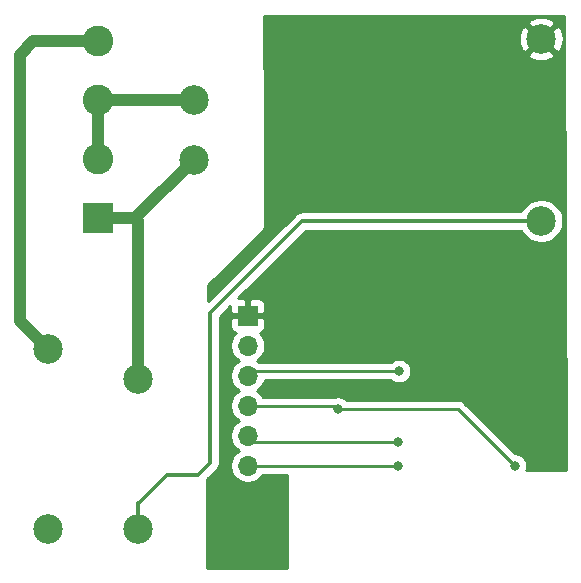
<source format=gbl>
G04 #@! TF.GenerationSoftware,KiCad,Pcbnew,5.1.9-73d0e3b20d~88~ubuntu20.04.1*
G04 #@! TF.CreationDate,2021-03-27T20:57:37+01:00*
G04 #@! TF.ProjectId,Ceiling lamp,4365696c-696e-4672-906c-616d702e6b69,rev?*
G04 #@! TF.SameCoordinates,Original*
G04 #@! TF.FileFunction,Copper,L2,Bot*
G04 #@! TF.FilePolarity,Positive*
%FSLAX46Y46*%
G04 Gerber Fmt 4.6, Leading zero omitted, Abs format (unit mm)*
G04 Created by KiCad (PCBNEW 5.1.9-73d0e3b20d~88~ubuntu20.04.1) date 2021-03-27 20:57:37*
%MOMM*%
%LPD*%
G01*
G04 APERTURE LIST*
G04 #@! TA.AperFunction,ComponentPad*
%ADD10C,2.500000*%
G04 #@! TD*
G04 #@! TA.AperFunction,ComponentPad*
%ADD11R,1.700000X1.700000*%
G04 #@! TD*
G04 #@! TA.AperFunction,ComponentPad*
%ADD12O,1.700000X1.700000*%
G04 #@! TD*
G04 #@! TA.AperFunction,ComponentPad*
%ADD13R,2.600000X2.600000*%
G04 #@! TD*
G04 #@! TA.AperFunction,ComponentPad*
%ADD14C,2.600000*%
G04 #@! TD*
G04 #@! TA.AperFunction,ViaPad*
%ADD15C,0.800000*%
G04 #@! TD*
G04 #@! TA.AperFunction,Conductor*
%ADD16C,0.350000*%
G04 #@! TD*
G04 #@! TA.AperFunction,Conductor*
%ADD17C,0.250000*%
G04 #@! TD*
G04 #@! TA.AperFunction,Conductor*
%ADD18C,1.000000*%
G04 #@! TD*
G04 #@! TA.AperFunction,Conductor*
%ADD19C,0.254000*%
G04 #@! TD*
G04 #@! TA.AperFunction,Conductor*
%ADD20C,0.100000*%
G04 #@! TD*
G04 APERTURE END LIST*
D10*
X85358000Y-55572000D03*
X85358000Y-60572000D03*
X114758000Y-50372000D03*
X114758000Y-65772000D03*
X80615000Y-91865000D03*
X73015000Y-91865000D03*
X73015000Y-76625000D03*
X80615000Y-79165000D03*
D11*
X89916000Y-73787000D03*
D12*
X89916000Y-76327000D03*
X89916000Y-78867000D03*
X89916000Y-81407000D03*
X89916000Y-83947000D03*
X89916000Y-86487000D03*
D13*
X77216000Y-65532000D03*
D14*
X77216000Y-60532000D03*
X77216000Y-55532000D03*
X77216000Y-50532000D03*
D15*
X102743000Y-78486000D03*
X112522000Y-86487000D03*
X97536000Y-81661000D03*
X102616000Y-84455000D03*
X102616000Y-86487000D03*
D16*
X85725000Y-87249000D02*
X86741000Y-86233000D01*
X86741000Y-73533000D02*
X94502000Y-65772000D01*
X86741000Y-86233000D02*
X86741000Y-73533000D01*
X94502000Y-65772000D02*
X114758000Y-65772000D01*
X85725000Y-87249000D02*
X83058000Y-87249000D01*
X83058000Y-87249000D02*
X80772000Y-89535000D01*
X80615000Y-89692000D02*
X80615000Y-91865000D01*
X80772000Y-89535000D02*
X80615000Y-89692000D01*
D17*
X85238000Y-55452000D02*
X85358000Y-55572000D01*
D18*
X77216000Y-60626000D02*
X77216000Y-55626000D01*
X85318000Y-55532000D02*
X85358000Y-55572000D01*
X77216000Y-55532000D02*
X85318000Y-55532000D01*
D17*
X90297000Y-78486000D02*
X89916000Y-78867000D01*
X102743000Y-78486000D02*
X90297000Y-78486000D01*
X109402999Y-83367999D02*
X112522000Y-86487000D01*
X97282000Y-81407000D02*
X97536000Y-81661000D01*
X89916000Y-81407000D02*
X97282000Y-81407000D01*
X107696000Y-81661000D02*
X109402999Y-83367999D01*
X97536000Y-81661000D02*
X107696000Y-81661000D01*
X90424000Y-84455000D02*
X89916000Y-83947000D01*
X102616000Y-84455000D02*
X90424000Y-84455000D01*
X97155000Y-86487000D02*
X102616000Y-86487000D01*
X97155000Y-86487000D02*
X89916000Y-86487000D01*
X85238000Y-60452000D02*
X85358000Y-60572000D01*
D18*
X80398000Y-65532000D02*
X85358000Y-60572000D01*
X80615000Y-65749000D02*
X80398000Y-65532000D01*
X80615000Y-79165000D02*
X80615000Y-65749000D01*
X77216000Y-65532000D02*
X80398000Y-65532000D01*
X70612000Y-51689000D02*
X70612000Y-74222000D01*
X70612000Y-74222000D02*
X73015000Y-76625000D01*
X71769000Y-50532000D02*
X70612000Y-51689000D01*
X71769000Y-50532000D02*
X77216000Y-50532000D01*
D19*
X116839583Y-86868000D02*
X113484461Y-86868000D01*
X113517226Y-86788898D01*
X113557000Y-86588939D01*
X113557000Y-86385061D01*
X113517226Y-86185102D01*
X113439205Y-85996744D01*
X113325937Y-85827226D01*
X113181774Y-85683063D01*
X113012256Y-85569795D01*
X112823898Y-85491774D01*
X112623939Y-85452000D01*
X112561802Y-85452000D01*
X109966798Y-82856996D01*
X108259804Y-81150003D01*
X108236001Y-81120999D01*
X108120276Y-81026026D01*
X107988247Y-80955454D01*
X107844986Y-80911997D01*
X107733333Y-80901000D01*
X107733322Y-80901000D01*
X107696000Y-80897324D01*
X107658678Y-80901000D01*
X98239711Y-80901000D01*
X98195774Y-80857063D01*
X98026256Y-80743795D01*
X97837898Y-80665774D01*
X97637939Y-80626000D01*
X97434061Y-80626000D01*
X97325455Y-80647603D01*
X97319333Y-80647000D01*
X97319322Y-80647000D01*
X97282000Y-80643324D01*
X97244678Y-80647000D01*
X91194178Y-80647000D01*
X91069475Y-80460368D01*
X90862632Y-80253525D01*
X90688240Y-80137000D01*
X90862632Y-80020475D01*
X91069475Y-79813632D01*
X91231990Y-79570411D01*
X91343932Y-79300158D01*
X91354705Y-79246000D01*
X102039289Y-79246000D01*
X102083226Y-79289937D01*
X102252744Y-79403205D01*
X102441102Y-79481226D01*
X102641061Y-79521000D01*
X102844939Y-79521000D01*
X103044898Y-79481226D01*
X103233256Y-79403205D01*
X103402774Y-79289937D01*
X103546937Y-79145774D01*
X103660205Y-78976256D01*
X103738226Y-78787898D01*
X103778000Y-78587939D01*
X103778000Y-78384061D01*
X103738226Y-78184102D01*
X103660205Y-77995744D01*
X103546937Y-77826226D01*
X103402774Y-77682063D01*
X103233256Y-77568795D01*
X103044898Y-77490774D01*
X102844939Y-77451000D01*
X102641061Y-77451000D01*
X102441102Y-77490774D01*
X102252744Y-77568795D01*
X102083226Y-77682063D01*
X102039289Y-77726000D01*
X90875107Y-77726000D01*
X90862632Y-77713525D01*
X90688240Y-77597000D01*
X90862632Y-77480475D01*
X91069475Y-77273632D01*
X91231990Y-77030411D01*
X91343932Y-76760158D01*
X91401000Y-76473260D01*
X91401000Y-76180740D01*
X91343932Y-75893842D01*
X91231990Y-75623589D01*
X91069475Y-75380368D01*
X90937620Y-75248513D01*
X91010180Y-75226502D01*
X91120494Y-75167537D01*
X91217185Y-75088185D01*
X91296537Y-74991494D01*
X91355502Y-74881180D01*
X91391812Y-74761482D01*
X91404072Y-74637000D01*
X91401000Y-74072750D01*
X91242250Y-73914000D01*
X90043000Y-73914000D01*
X90043000Y-73934000D01*
X89789000Y-73934000D01*
X89789000Y-73914000D01*
X88589750Y-73914000D01*
X88431000Y-74072750D01*
X88427928Y-74637000D01*
X88440188Y-74761482D01*
X88476498Y-74881180D01*
X88535463Y-74991494D01*
X88614815Y-75088185D01*
X88711506Y-75167537D01*
X88821820Y-75226502D01*
X88894380Y-75248513D01*
X88762525Y-75380368D01*
X88600010Y-75623589D01*
X88488068Y-75893842D01*
X88431000Y-76180740D01*
X88431000Y-76473260D01*
X88488068Y-76760158D01*
X88600010Y-77030411D01*
X88762525Y-77273632D01*
X88969368Y-77480475D01*
X89143760Y-77597000D01*
X88969368Y-77713525D01*
X88762525Y-77920368D01*
X88600010Y-78163589D01*
X88488068Y-78433842D01*
X88431000Y-78720740D01*
X88431000Y-79013260D01*
X88488068Y-79300158D01*
X88600010Y-79570411D01*
X88762525Y-79813632D01*
X88969368Y-80020475D01*
X89143760Y-80137000D01*
X88969368Y-80253525D01*
X88762525Y-80460368D01*
X88600010Y-80703589D01*
X88488068Y-80973842D01*
X88431000Y-81260740D01*
X88431000Y-81553260D01*
X88488068Y-81840158D01*
X88600010Y-82110411D01*
X88762525Y-82353632D01*
X88969368Y-82560475D01*
X89143760Y-82677000D01*
X88969368Y-82793525D01*
X88762525Y-83000368D01*
X88600010Y-83243589D01*
X88488068Y-83513842D01*
X88431000Y-83800740D01*
X88431000Y-84093260D01*
X88488068Y-84380158D01*
X88600010Y-84650411D01*
X88762525Y-84893632D01*
X88969368Y-85100475D01*
X89143760Y-85217000D01*
X88969368Y-85333525D01*
X88762525Y-85540368D01*
X88600010Y-85783589D01*
X88488068Y-86053842D01*
X88431000Y-86340740D01*
X88431000Y-86633260D01*
X88488068Y-86920158D01*
X88600010Y-87190411D01*
X88762525Y-87433632D01*
X88969368Y-87640475D01*
X89212589Y-87802990D01*
X89482842Y-87914932D01*
X89769740Y-87972000D01*
X90062260Y-87972000D01*
X90349158Y-87914932D01*
X90619411Y-87802990D01*
X90862632Y-87640475D01*
X91069475Y-87433632D01*
X91194178Y-87247000D01*
X93218000Y-87247000D01*
X93218000Y-95123000D01*
X86487000Y-95123000D01*
X86487000Y-87632512D01*
X87285614Y-86833898D01*
X87316528Y-86808528D01*
X87389257Y-86719907D01*
X87417749Y-86685190D01*
X87457951Y-86609976D01*
X87492963Y-86544473D01*
X87539280Y-86391788D01*
X87551000Y-86272791D01*
X87551000Y-86272788D01*
X87554919Y-86233000D01*
X87551000Y-86193212D01*
X87551000Y-73868512D01*
X88428224Y-72991289D01*
X88431000Y-73501250D01*
X88589750Y-73660000D01*
X89789000Y-73660000D01*
X89789000Y-72460750D01*
X90043000Y-72460750D01*
X90043000Y-73660000D01*
X91242250Y-73660000D01*
X91401000Y-73501250D01*
X91404072Y-72937000D01*
X91391812Y-72812518D01*
X91355502Y-72692820D01*
X91296537Y-72582506D01*
X91217185Y-72485815D01*
X91120494Y-72406463D01*
X91010180Y-72347498D01*
X90890482Y-72311188D01*
X90766000Y-72298928D01*
X90201750Y-72302000D01*
X90043000Y-72460750D01*
X89789000Y-72460750D01*
X89630250Y-72302000D01*
X89120289Y-72299224D01*
X94837513Y-66582000D01*
X113053203Y-66582000D01*
X113087534Y-66664882D01*
X113293825Y-66973618D01*
X113556382Y-67236175D01*
X113865118Y-67442466D01*
X114208166Y-67584561D01*
X114572344Y-67657000D01*
X114943656Y-67657000D01*
X115307834Y-67584561D01*
X115650882Y-67442466D01*
X115959618Y-67236175D01*
X116222175Y-66973618D01*
X116428466Y-66664882D01*
X116570561Y-66321834D01*
X116643000Y-65957656D01*
X116643000Y-65586344D01*
X116570561Y-65222166D01*
X116428466Y-64879118D01*
X116222175Y-64570382D01*
X115959618Y-64307825D01*
X115650882Y-64101534D01*
X115307834Y-63959439D01*
X114943656Y-63887000D01*
X114572344Y-63887000D01*
X114208166Y-63959439D01*
X113865118Y-64101534D01*
X113556382Y-64307825D01*
X113293825Y-64570382D01*
X113087534Y-64879118D01*
X113053203Y-64962000D01*
X94541787Y-64962000D01*
X94501999Y-64958081D01*
X94462211Y-64962000D01*
X94462209Y-64962000D01*
X94343212Y-64973720D01*
X94190527Y-65020037D01*
X94049811Y-65095251D01*
X93926472Y-65196472D01*
X93901105Y-65227382D01*
X86587000Y-72541488D01*
X86587000Y-71170446D01*
X91172193Y-66585254D01*
X91200238Y-66562238D01*
X91292087Y-66450320D01*
X91292927Y-66448749D01*
X91360337Y-66322634D01*
X91402365Y-66184085D01*
X91416556Y-66040000D01*
X91413000Y-66003895D01*
X91413000Y-53430895D01*
X91409368Y-53394018D01*
X91409368Y-53377544D01*
X91408295Y-53367338D01*
X91380666Y-53121022D01*
X91366816Y-53055861D01*
X91353877Y-52990515D01*
X91350843Y-52980711D01*
X91313000Y-52861414D01*
X91313000Y-51685605D01*
X113624000Y-51685605D01*
X113749914Y-51975577D01*
X114082126Y-52141433D01*
X114440312Y-52239290D01*
X114810706Y-52265389D01*
X115179075Y-52218725D01*
X115531262Y-52101094D01*
X115766086Y-51975577D01*
X115892000Y-51685605D01*
X114758000Y-50551605D01*
X113624000Y-51685605D01*
X91313000Y-51685605D01*
X91313000Y-50424706D01*
X112864611Y-50424706D01*
X112911275Y-50793075D01*
X113028906Y-51145262D01*
X113154423Y-51380086D01*
X113444395Y-51506000D01*
X114578395Y-50372000D01*
X114937605Y-50372000D01*
X116071605Y-51506000D01*
X116361577Y-51380086D01*
X116527433Y-51047874D01*
X116625290Y-50689688D01*
X116651389Y-50319294D01*
X116604725Y-49950925D01*
X116487094Y-49598738D01*
X116361577Y-49363914D01*
X116071605Y-49238000D01*
X114937605Y-50372000D01*
X114578395Y-50372000D01*
X113444395Y-49238000D01*
X113154423Y-49363914D01*
X112988567Y-49696126D01*
X112890710Y-50054312D01*
X112864611Y-50424706D01*
X91313000Y-50424706D01*
X91313000Y-49058395D01*
X113624000Y-49058395D01*
X114758000Y-50192395D01*
X115892000Y-49058395D01*
X115766086Y-48768423D01*
X115433874Y-48602567D01*
X115075688Y-48504710D01*
X114705294Y-48478611D01*
X114336925Y-48525275D01*
X113984738Y-48642906D01*
X113749914Y-48768423D01*
X113624000Y-49058395D01*
X91313000Y-49058395D01*
X91313000Y-48387000D01*
X116713416Y-48387000D01*
X116839583Y-86868000D01*
G04 #@! TA.AperFunction,Conductor*
D20*
G36*
X116839583Y-86868000D02*
G01*
X113484461Y-86868000D01*
X113517226Y-86788898D01*
X113557000Y-86588939D01*
X113557000Y-86385061D01*
X113517226Y-86185102D01*
X113439205Y-85996744D01*
X113325937Y-85827226D01*
X113181774Y-85683063D01*
X113012256Y-85569795D01*
X112823898Y-85491774D01*
X112623939Y-85452000D01*
X112561802Y-85452000D01*
X109966798Y-82856996D01*
X108259804Y-81150003D01*
X108236001Y-81120999D01*
X108120276Y-81026026D01*
X107988247Y-80955454D01*
X107844986Y-80911997D01*
X107733333Y-80901000D01*
X107733322Y-80901000D01*
X107696000Y-80897324D01*
X107658678Y-80901000D01*
X98239711Y-80901000D01*
X98195774Y-80857063D01*
X98026256Y-80743795D01*
X97837898Y-80665774D01*
X97637939Y-80626000D01*
X97434061Y-80626000D01*
X97325455Y-80647603D01*
X97319333Y-80647000D01*
X97319322Y-80647000D01*
X97282000Y-80643324D01*
X97244678Y-80647000D01*
X91194178Y-80647000D01*
X91069475Y-80460368D01*
X90862632Y-80253525D01*
X90688240Y-80137000D01*
X90862632Y-80020475D01*
X91069475Y-79813632D01*
X91231990Y-79570411D01*
X91343932Y-79300158D01*
X91354705Y-79246000D01*
X102039289Y-79246000D01*
X102083226Y-79289937D01*
X102252744Y-79403205D01*
X102441102Y-79481226D01*
X102641061Y-79521000D01*
X102844939Y-79521000D01*
X103044898Y-79481226D01*
X103233256Y-79403205D01*
X103402774Y-79289937D01*
X103546937Y-79145774D01*
X103660205Y-78976256D01*
X103738226Y-78787898D01*
X103778000Y-78587939D01*
X103778000Y-78384061D01*
X103738226Y-78184102D01*
X103660205Y-77995744D01*
X103546937Y-77826226D01*
X103402774Y-77682063D01*
X103233256Y-77568795D01*
X103044898Y-77490774D01*
X102844939Y-77451000D01*
X102641061Y-77451000D01*
X102441102Y-77490774D01*
X102252744Y-77568795D01*
X102083226Y-77682063D01*
X102039289Y-77726000D01*
X90875107Y-77726000D01*
X90862632Y-77713525D01*
X90688240Y-77597000D01*
X90862632Y-77480475D01*
X91069475Y-77273632D01*
X91231990Y-77030411D01*
X91343932Y-76760158D01*
X91401000Y-76473260D01*
X91401000Y-76180740D01*
X91343932Y-75893842D01*
X91231990Y-75623589D01*
X91069475Y-75380368D01*
X90937620Y-75248513D01*
X91010180Y-75226502D01*
X91120494Y-75167537D01*
X91217185Y-75088185D01*
X91296537Y-74991494D01*
X91355502Y-74881180D01*
X91391812Y-74761482D01*
X91404072Y-74637000D01*
X91401000Y-74072750D01*
X91242250Y-73914000D01*
X90043000Y-73914000D01*
X90043000Y-73934000D01*
X89789000Y-73934000D01*
X89789000Y-73914000D01*
X88589750Y-73914000D01*
X88431000Y-74072750D01*
X88427928Y-74637000D01*
X88440188Y-74761482D01*
X88476498Y-74881180D01*
X88535463Y-74991494D01*
X88614815Y-75088185D01*
X88711506Y-75167537D01*
X88821820Y-75226502D01*
X88894380Y-75248513D01*
X88762525Y-75380368D01*
X88600010Y-75623589D01*
X88488068Y-75893842D01*
X88431000Y-76180740D01*
X88431000Y-76473260D01*
X88488068Y-76760158D01*
X88600010Y-77030411D01*
X88762525Y-77273632D01*
X88969368Y-77480475D01*
X89143760Y-77597000D01*
X88969368Y-77713525D01*
X88762525Y-77920368D01*
X88600010Y-78163589D01*
X88488068Y-78433842D01*
X88431000Y-78720740D01*
X88431000Y-79013260D01*
X88488068Y-79300158D01*
X88600010Y-79570411D01*
X88762525Y-79813632D01*
X88969368Y-80020475D01*
X89143760Y-80137000D01*
X88969368Y-80253525D01*
X88762525Y-80460368D01*
X88600010Y-80703589D01*
X88488068Y-80973842D01*
X88431000Y-81260740D01*
X88431000Y-81553260D01*
X88488068Y-81840158D01*
X88600010Y-82110411D01*
X88762525Y-82353632D01*
X88969368Y-82560475D01*
X89143760Y-82677000D01*
X88969368Y-82793525D01*
X88762525Y-83000368D01*
X88600010Y-83243589D01*
X88488068Y-83513842D01*
X88431000Y-83800740D01*
X88431000Y-84093260D01*
X88488068Y-84380158D01*
X88600010Y-84650411D01*
X88762525Y-84893632D01*
X88969368Y-85100475D01*
X89143760Y-85217000D01*
X88969368Y-85333525D01*
X88762525Y-85540368D01*
X88600010Y-85783589D01*
X88488068Y-86053842D01*
X88431000Y-86340740D01*
X88431000Y-86633260D01*
X88488068Y-86920158D01*
X88600010Y-87190411D01*
X88762525Y-87433632D01*
X88969368Y-87640475D01*
X89212589Y-87802990D01*
X89482842Y-87914932D01*
X89769740Y-87972000D01*
X90062260Y-87972000D01*
X90349158Y-87914932D01*
X90619411Y-87802990D01*
X90862632Y-87640475D01*
X91069475Y-87433632D01*
X91194178Y-87247000D01*
X93218000Y-87247000D01*
X93218000Y-95123000D01*
X86487000Y-95123000D01*
X86487000Y-87632512D01*
X87285614Y-86833898D01*
X87316528Y-86808528D01*
X87389257Y-86719907D01*
X87417749Y-86685190D01*
X87457951Y-86609976D01*
X87492963Y-86544473D01*
X87539280Y-86391788D01*
X87551000Y-86272791D01*
X87551000Y-86272788D01*
X87554919Y-86233000D01*
X87551000Y-86193212D01*
X87551000Y-73868512D01*
X88428224Y-72991289D01*
X88431000Y-73501250D01*
X88589750Y-73660000D01*
X89789000Y-73660000D01*
X89789000Y-72460750D01*
X90043000Y-72460750D01*
X90043000Y-73660000D01*
X91242250Y-73660000D01*
X91401000Y-73501250D01*
X91404072Y-72937000D01*
X91391812Y-72812518D01*
X91355502Y-72692820D01*
X91296537Y-72582506D01*
X91217185Y-72485815D01*
X91120494Y-72406463D01*
X91010180Y-72347498D01*
X90890482Y-72311188D01*
X90766000Y-72298928D01*
X90201750Y-72302000D01*
X90043000Y-72460750D01*
X89789000Y-72460750D01*
X89630250Y-72302000D01*
X89120289Y-72299224D01*
X94837513Y-66582000D01*
X113053203Y-66582000D01*
X113087534Y-66664882D01*
X113293825Y-66973618D01*
X113556382Y-67236175D01*
X113865118Y-67442466D01*
X114208166Y-67584561D01*
X114572344Y-67657000D01*
X114943656Y-67657000D01*
X115307834Y-67584561D01*
X115650882Y-67442466D01*
X115959618Y-67236175D01*
X116222175Y-66973618D01*
X116428466Y-66664882D01*
X116570561Y-66321834D01*
X116643000Y-65957656D01*
X116643000Y-65586344D01*
X116570561Y-65222166D01*
X116428466Y-64879118D01*
X116222175Y-64570382D01*
X115959618Y-64307825D01*
X115650882Y-64101534D01*
X115307834Y-63959439D01*
X114943656Y-63887000D01*
X114572344Y-63887000D01*
X114208166Y-63959439D01*
X113865118Y-64101534D01*
X113556382Y-64307825D01*
X113293825Y-64570382D01*
X113087534Y-64879118D01*
X113053203Y-64962000D01*
X94541787Y-64962000D01*
X94501999Y-64958081D01*
X94462211Y-64962000D01*
X94462209Y-64962000D01*
X94343212Y-64973720D01*
X94190527Y-65020037D01*
X94049811Y-65095251D01*
X93926472Y-65196472D01*
X93901105Y-65227382D01*
X86587000Y-72541488D01*
X86587000Y-71170446D01*
X91172193Y-66585254D01*
X91200238Y-66562238D01*
X91292087Y-66450320D01*
X91292927Y-66448749D01*
X91360337Y-66322634D01*
X91402365Y-66184085D01*
X91416556Y-66040000D01*
X91413000Y-66003895D01*
X91413000Y-53430895D01*
X91409368Y-53394018D01*
X91409368Y-53377544D01*
X91408295Y-53367338D01*
X91380666Y-53121022D01*
X91366816Y-53055861D01*
X91353877Y-52990515D01*
X91350843Y-52980711D01*
X91313000Y-52861414D01*
X91313000Y-51685605D01*
X113624000Y-51685605D01*
X113749914Y-51975577D01*
X114082126Y-52141433D01*
X114440312Y-52239290D01*
X114810706Y-52265389D01*
X115179075Y-52218725D01*
X115531262Y-52101094D01*
X115766086Y-51975577D01*
X115892000Y-51685605D01*
X114758000Y-50551605D01*
X113624000Y-51685605D01*
X91313000Y-51685605D01*
X91313000Y-50424706D01*
X112864611Y-50424706D01*
X112911275Y-50793075D01*
X113028906Y-51145262D01*
X113154423Y-51380086D01*
X113444395Y-51506000D01*
X114578395Y-50372000D01*
X114937605Y-50372000D01*
X116071605Y-51506000D01*
X116361577Y-51380086D01*
X116527433Y-51047874D01*
X116625290Y-50689688D01*
X116651389Y-50319294D01*
X116604725Y-49950925D01*
X116487094Y-49598738D01*
X116361577Y-49363914D01*
X116071605Y-49238000D01*
X114937605Y-50372000D01*
X114578395Y-50372000D01*
X113444395Y-49238000D01*
X113154423Y-49363914D01*
X112988567Y-49696126D01*
X112890710Y-50054312D01*
X112864611Y-50424706D01*
X91313000Y-50424706D01*
X91313000Y-49058395D01*
X113624000Y-49058395D01*
X114758000Y-50192395D01*
X115892000Y-49058395D01*
X115766086Y-48768423D01*
X115433874Y-48602567D01*
X115075688Y-48504710D01*
X114705294Y-48478611D01*
X114336925Y-48525275D01*
X113984738Y-48642906D01*
X113749914Y-48768423D01*
X113624000Y-49058395D01*
X91313000Y-49058395D01*
X91313000Y-48387000D01*
X116713416Y-48387000D01*
X116839583Y-86868000D01*
G37*
G04 #@! TD.AperFunction*
M02*

</source>
